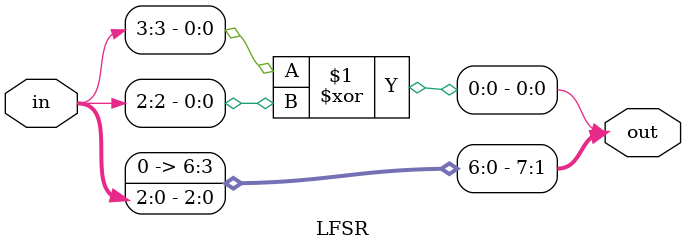
<source format=v>
`timescale 1ns / 1ps


module LFSR(
    input wire [7:0] in,
    output wire [7:0] out
    );
    
    assign out = {in[2:0],(in[3]^in[2])};
    
endmodule

</source>
